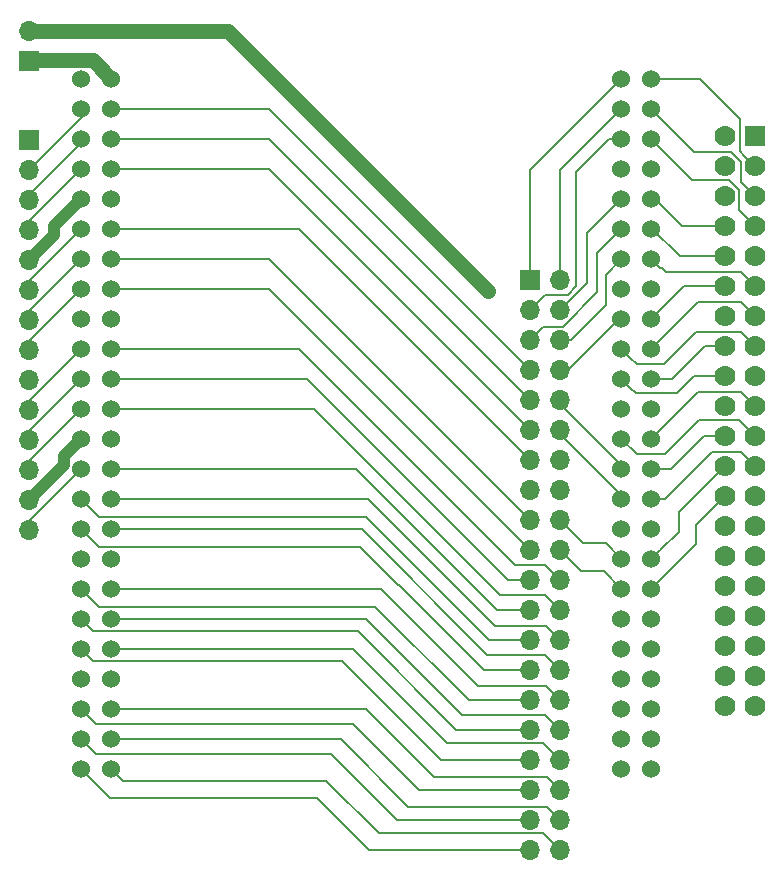
<source format=gtl>
G04 #@! TF.FileFunction,Copper,L1,Top,Signal*
%FSLAX46Y46*%
G04 Gerber Fmt 4.6, Leading zero omitted, Abs format (unit mm)*
G04 Created by KiCad (PCBNEW 4.0.6) date Saturday, October 28, 2017 'PMt' 04:53:39 PM*
%MOMM*%
%LPD*%
G01*
G04 APERTURE LIST*
%ADD10C,0.100000*%
%ADD11R,1.700000X1.700000*%
%ADD12O,1.700000X1.700000*%
%ADD13C,1.524000*%
%ADD14R,1.778000X1.778000*%
%ADD15C,1.778000*%
%ADD16C,0.812800*%
%ADD17C,0.177800*%
%ADD18C,1.270000*%
%ADD19C,1.016000*%
G04 APERTURE END LIST*
D10*
D11*
X146230000Y-78480000D03*
D12*
X148770000Y-78480000D03*
X146230000Y-81020000D03*
X148770000Y-81020000D03*
X146230000Y-83560000D03*
X148770000Y-83560000D03*
X146230000Y-86100000D03*
X148770000Y-86100000D03*
X146230000Y-88640000D03*
X148770000Y-88640000D03*
X146230000Y-91180000D03*
X148770000Y-91180000D03*
X146230000Y-93720000D03*
X148770000Y-93720000D03*
X146230000Y-96260000D03*
X148770000Y-96260000D03*
X146230000Y-98800000D03*
X148770000Y-98800000D03*
X146230000Y-101340000D03*
X148770000Y-101340000D03*
X146230000Y-103880000D03*
X148770000Y-103880000D03*
X146230000Y-106420000D03*
X148770000Y-106420000D03*
X146230000Y-108960000D03*
X148770000Y-108960000D03*
X146230000Y-111500000D03*
X148770000Y-111500000D03*
X146230000Y-114040000D03*
X148770000Y-114040000D03*
X146230000Y-116580000D03*
X148770000Y-116580000D03*
X146230000Y-119120000D03*
X148770000Y-119120000D03*
X146230000Y-121660000D03*
X148770000Y-121660000D03*
X146230000Y-124200000D03*
X148770000Y-124200000D03*
X146230000Y-126740000D03*
X148770000Y-126740000D03*
D13*
X153960000Y-102110000D03*
X156500000Y-102110000D03*
X153960000Y-104650000D03*
X156500000Y-104650000D03*
X153960000Y-107190000D03*
X156500000Y-107190000D03*
X153960000Y-109730000D03*
X156500000Y-109730000D03*
X153960000Y-112270000D03*
X156500000Y-112270000D03*
X153960000Y-114810000D03*
X156500000Y-114810000D03*
X153960000Y-117350000D03*
X156500000Y-117350000D03*
X153960000Y-119890000D03*
X156500000Y-119890000D03*
X156500000Y-99570000D03*
X153960000Y-99570000D03*
X156500000Y-97030000D03*
X153960000Y-97030000D03*
X156500000Y-94490000D03*
X153960000Y-94490000D03*
X156500000Y-91950000D03*
X153960000Y-91950000D03*
X156500000Y-89410000D03*
X153960000Y-89410000D03*
X156500000Y-86870000D03*
X153960000Y-86870000D03*
X156500000Y-84330000D03*
X153960000Y-84330000D03*
X156500000Y-81790000D03*
X153960000Y-81790000D03*
X153960000Y-61470000D03*
X156500000Y-61470000D03*
X153960000Y-64010000D03*
X156500000Y-64010000D03*
X153960000Y-66550000D03*
X156500000Y-66550000D03*
X153960000Y-69090000D03*
X156500000Y-69090000D03*
X153960000Y-71630000D03*
X156500000Y-71630000D03*
X153960000Y-74170000D03*
X156500000Y-74170000D03*
X153960000Y-76710000D03*
X156500000Y-76710000D03*
X153960000Y-79250000D03*
X156500000Y-79250000D03*
X110780000Y-79250000D03*
X108240000Y-79250000D03*
X110780000Y-76710000D03*
X108240000Y-76710000D03*
X110780000Y-74170000D03*
X108240000Y-74170000D03*
X110780000Y-71630000D03*
X108240000Y-71630000D03*
X110780000Y-69090000D03*
X108240000Y-69090000D03*
X110780000Y-66550000D03*
X108240000Y-66550000D03*
X110780000Y-64010000D03*
X108240000Y-64010000D03*
X110780000Y-61470000D03*
X108240000Y-61470000D03*
X108240000Y-81790000D03*
X110780000Y-81790000D03*
X108240000Y-84330000D03*
X110780000Y-84330000D03*
X108240000Y-86870000D03*
X110780000Y-86870000D03*
X108240000Y-89410000D03*
X110780000Y-89410000D03*
X108240000Y-91950000D03*
X110780000Y-91950000D03*
X108240000Y-94490000D03*
X110780000Y-94490000D03*
X108240000Y-97030000D03*
X110780000Y-97030000D03*
X108240000Y-99570000D03*
X110780000Y-99570000D03*
X110780000Y-119890000D03*
X108240000Y-119890000D03*
X110780000Y-117350000D03*
X108240000Y-117350000D03*
X110780000Y-114810000D03*
X108240000Y-114810000D03*
X110780000Y-112270000D03*
X108240000Y-112270000D03*
X110780000Y-109730000D03*
X108240000Y-109730000D03*
X110780000Y-107190000D03*
X108240000Y-107190000D03*
X110780000Y-104650000D03*
X108240000Y-104650000D03*
X110780000Y-102110000D03*
X108240000Y-102110000D03*
D14*
X165280000Y-66300000D03*
D15*
X162740000Y-66300000D03*
X165280000Y-68840000D03*
X162740000Y-68840000D03*
X165280000Y-71380000D03*
X162740000Y-71380000D03*
X165280000Y-73920000D03*
X162740000Y-73920000D03*
X165280000Y-76460000D03*
X162740000Y-76460000D03*
X165280000Y-79000000D03*
X162740000Y-79000000D03*
X165280000Y-81540000D03*
X162740000Y-81540000D03*
X165280000Y-84080000D03*
X162740000Y-84080000D03*
X165280000Y-86620000D03*
X162740000Y-86620000D03*
X165280000Y-89160000D03*
X162740000Y-89160000D03*
X165280000Y-91700000D03*
X162740000Y-91700000D03*
X165280000Y-94240000D03*
X162740000Y-94240000D03*
X165280000Y-96780000D03*
X162740000Y-96780000D03*
X165280000Y-99320000D03*
X162740000Y-99320000D03*
X165280000Y-101860000D03*
X162740000Y-101860000D03*
X165280000Y-104400000D03*
X162740000Y-104400000D03*
X165280000Y-106940000D03*
X162740000Y-106940000D03*
X165280000Y-109480000D03*
X162740000Y-109480000D03*
X165280000Y-112020000D03*
X162740000Y-112020000D03*
X165280000Y-114560000D03*
X162740000Y-114560000D03*
D11*
X103790000Y-59950000D03*
D12*
X103790000Y-57410000D03*
D11*
X103850000Y-66600000D03*
D12*
X103850000Y-69140000D03*
X103850000Y-71680000D03*
X103850000Y-74220000D03*
X103850000Y-76760000D03*
X103850000Y-79300000D03*
X103850000Y-81840000D03*
X103850000Y-84380000D03*
X103850000Y-86920000D03*
X103850000Y-89460000D03*
X103850000Y-92000000D03*
X103850000Y-94540000D03*
X103850000Y-97080000D03*
X103850000Y-99620000D03*
D16*
X142680000Y-79410000D03*
D17*
X146230000Y-119120000D02*
X138670000Y-119120000D01*
X138670000Y-119120000D02*
X130308701Y-110758701D01*
X130308701Y-110758701D02*
X109268701Y-110758701D01*
X109268701Y-110758701D02*
X109001999Y-110491999D01*
X109001999Y-110491999D02*
X108240000Y-109730000D01*
X110780000Y-109730000D02*
X131242908Y-109730000D01*
X131242908Y-109730000D02*
X139209609Y-117696701D01*
X139209609Y-117696701D02*
X147346701Y-117696701D01*
X147346701Y-117696701D02*
X147920001Y-118270001D01*
X147920001Y-118270001D02*
X148770000Y-119120000D01*
X146230000Y-121660000D02*
X136840000Y-121660000D01*
X136840000Y-121660000D02*
X131220000Y-116040000D01*
X131220000Y-116040000D02*
X109470000Y-116040000D01*
X109470000Y-116040000D02*
X109001999Y-115571999D01*
X109001999Y-115571999D02*
X108240000Y-114810000D01*
X110780000Y-114810000D02*
X132340000Y-114810000D01*
X132340000Y-114810000D02*
X138073299Y-120543299D01*
X138073299Y-120543299D02*
X147653299Y-120543299D01*
X147653299Y-120543299D02*
X147920001Y-120810001D01*
X147920001Y-120810001D02*
X148770000Y-121660000D01*
X146230000Y-124200000D02*
X134960000Y-124200000D01*
X134960000Y-124200000D02*
X129370000Y-118610000D01*
X129370000Y-118610000D02*
X109500000Y-118610000D01*
X109500000Y-118610000D02*
X109001999Y-118111999D01*
X109001999Y-118111999D02*
X108240000Y-117350000D01*
X110780000Y-117350000D02*
X130190000Y-117350000D01*
X130190000Y-117350000D02*
X135923299Y-123083299D01*
X135923299Y-123083299D02*
X147653299Y-123083299D01*
X147920001Y-123350001D02*
X148770000Y-124200000D01*
X147653299Y-123083299D02*
X147920001Y-123350001D01*
X108240000Y-119890000D02*
X110710000Y-122360000D01*
X132560000Y-126740000D02*
X145027919Y-126740000D01*
X110710000Y-122360000D02*
X128180000Y-122360000D01*
X128180000Y-122360000D02*
X132560000Y-126740000D01*
X145027919Y-126740000D02*
X146230000Y-126740000D01*
X110780000Y-119890000D02*
X111788055Y-120898055D01*
X111788055Y-120898055D02*
X128988055Y-120898055D01*
X128988055Y-120898055D02*
X133406701Y-125316701D01*
X133406701Y-125316701D02*
X147346701Y-125316701D01*
X147346701Y-125316701D02*
X147920001Y-125890001D01*
X147920001Y-125890001D02*
X148770000Y-126740000D01*
X108240000Y-97030000D02*
X109715609Y-98505609D01*
X109715609Y-98505609D02*
X132338517Y-98505609D01*
X132338517Y-98505609D02*
X142792908Y-108960000D01*
X142792908Y-108960000D02*
X145027919Y-108960000D01*
X145027919Y-108960000D02*
X146230000Y-108960000D01*
X110780000Y-97030000D02*
X132520000Y-97030000D01*
X132520000Y-97030000D02*
X143230000Y-107740000D01*
X143230000Y-107740000D02*
X147550000Y-107740000D01*
X147550000Y-107740000D02*
X147920001Y-108110001D01*
X147920001Y-108110001D02*
X148770000Y-108960000D01*
X146230000Y-111500000D02*
X142312909Y-111500000D01*
X142312909Y-111500000D02*
X135107298Y-104294389D01*
X135107298Y-104294389D02*
X135074389Y-104294389D01*
X135074389Y-104294389D02*
X131861299Y-101081299D01*
X131861299Y-101081299D02*
X109751299Y-101081299D01*
X109751299Y-101081299D02*
X109001999Y-100331999D01*
X109001999Y-100331999D02*
X108240000Y-99570000D01*
X110780000Y-99570000D02*
X131970000Y-99570000D01*
X147490000Y-110220000D02*
X147920001Y-110650001D01*
X131970000Y-99570000D02*
X142620000Y-110220000D01*
X142620000Y-110220000D02*
X147490000Y-110220000D01*
X147920001Y-110650001D02*
X148770000Y-111500000D01*
X146230000Y-114040000D02*
X146190000Y-114080000D01*
X146190000Y-114080000D02*
X141060000Y-114080000D01*
X141060000Y-114080000D02*
X133141299Y-106161299D01*
X133141299Y-106161299D02*
X109751299Y-106161299D01*
X109751299Y-106161299D02*
X109001999Y-105411999D01*
X109001999Y-105411999D02*
X108240000Y-104650000D01*
X110780000Y-104650000D02*
X133650000Y-104650000D01*
X133650000Y-104650000D02*
X141820000Y-112820000D01*
X141820000Y-112820000D02*
X147550000Y-112820000D01*
X147550000Y-112820000D02*
X147920001Y-113190001D01*
X147920001Y-113190001D02*
X148770000Y-114040000D01*
X146230000Y-116580000D02*
X146210000Y-116560000D01*
X146210000Y-116560000D02*
X140000000Y-116560000D01*
X140000000Y-116560000D02*
X131658701Y-108218701D01*
X131658701Y-108218701D02*
X109268701Y-108218701D01*
X109268701Y-108218701D02*
X109001999Y-107951999D01*
X109001999Y-107951999D02*
X108240000Y-107190000D01*
X110780000Y-107190000D02*
X132320000Y-107190000D01*
X132320000Y-107190000D02*
X140450000Y-115320000D01*
X140450000Y-115320000D02*
X147510000Y-115320000D01*
X147510000Y-115320000D02*
X147920001Y-115730001D01*
X147920001Y-115730001D02*
X148770000Y-116580000D01*
X148770000Y-106420000D02*
X147520000Y-105170000D01*
X147520000Y-105170000D02*
X143710000Y-105170000D01*
X143710000Y-105170000D02*
X127950000Y-89410000D01*
X127950000Y-89410000D02*
X110780000Y-89410000D01*
X111857630Y-94490000D02*
X110780000Y-94490000D01*
X131522909Y-94490000D02*
X111857630Y-94490000D01*
X143452908Y-106420000D02*
X131522909Y-94490000D01*
X146230000Y-106420000D02*
X143452908Y-106420000D01*
X110780000Y-84330000D02*
X126680000Y-84330000D01*
X147500000Y-102610000D02*
X147920001Y-103030001D01*
X147920001Y-103030001D02*
X148770000Y-103880000D01*
X126680000Y-84330000D02*
X144960000Y-102610000D01*
X144960000Y-102610000D02*
X147500000Y-102610000D01*
X146230000Y-103880000D02*
X144360000Y-103880000D01*
X144360000Y-103880000D02*
X127350000Y-86870000D01*
X127350000Y-86870000D02*
X110780000Y-86870000D01*
X148770000Y-101340000D02*
X150580000Y-103150000D01*
X150580000Y-103150000D02*
X152460000Y-103150000D01*
X152460000Y-103150000D02*
X153960000Y-104650000D01*
X110780000Y-79250000D02*
X124140000Y-79250000D01*
X124140000Y-79250000D02*
X146230000Y-101340000D01*
X153960000Y-102110000D02*
X152640000Y-100790000D01*
X152640000Y-100790000D02*
X150760000Y-100790000D01*
X150760000Y-100790000D02*
X148770000Y-98800000D01*
X110780000Y-76710000D02*
X124140000Y-76710000D01*
X124140000Y-76710000D02*
X146230000Y-98800000D01*
X153960000Y-61470000D02*
X146230000Y-69200000D01*
X146230000Y-69200000D02*
X146230000Y-78480000D01*
X148770000Y-78480000D02*
X148770000Y-69200000D01*
X148770000Y-69200000D02*
X153960000Y-64010000D01*
X153960000Y-66550000D02*
X152882370Y-66550000D01*
X152882370Y-66550000D02*
X150130000Y-69302370D01*
X150130000Y-69302370D02*
X150130000Y-79010000D01*
X150130000Y-79010000D02*
X149420000Y-79720000D01*
X149420000Y-79720000D02*
X147530000Y-79720000D01*
X147530000Y-79720000D02*
X147079999Y-80170001D01*
X147079999Y-80170001D02*
X146230000Y-81020000D01*
X148770000Y-81020000D02*
X151060000Y-78730000D01*
X151060000Y-78730000D02*
X151060000Y-74530000D01*
X151060000Y-74530000D02*
X153198001Y-72391999D01*
X153198001Y-72391999D02*
X153960000Y-71630000D01*
X153960000Y-74170000D02*
X151920000Y-76210000D01*
X151920000Y-76210000D02*
X151920000Y-79522718D01*
X151920000Y-79522718D02*
X148999419Y-82443299D01*
X148999419Y-82443299D02*
X147346701Y-82443299D01*
X147346701Y-82443299D02*
X147079999Y-82710001D01*
X147079999Y-82710001D02*
X146230000Y-83560000D01*
X153960000Y-76710000D02*
X152630000Y-78040000D01*
X152630000Y-78040000D02*
X152630000Y-80580000D01*
X152630000Y-80580000D02*
X149680000Y-83530000D01*
X149680000Y-83530000D02*
X148800000Y-83530000D01*
X148800000Y-83530000D02*
X148770000Y-83560000D01*
X110780000Y-64010000D02*
X124140000Y-64010000D01*
X124140000Y-64010000D02*
X146230000Y-86100000D01*
X148770000Y-86100000D02*
X149420000Y-86100000D01*
X149420000Y-86100000D02*
X153730000Y-81790000D01*
X153730000Y-81790000D02*
X153960000Y-81790000D01*
X110780000Y-66550000D02*
X124140000Y-66550000D01*
X124140000Y-66550000D02*
X146230000Y-88640000D01*
X153960000Y-94490000D02*
X153960000Y-94150000D01*
X153960000Y-94150000D02*
X148770000Y-88960000D01*
X148770000Y-88960000D02*
X148770000Y-88640000D01*
X145380001Y-90330001D02*
X146230000Y-91180000D01*
X110780000Y-69090000D02*
X124140000Y-69090000D01*
X124140000Y-69090000D02*
X145380001Y-90330001D01*
X148770000Y-91180000D02*
X148770000Y-91480000D01*
X148770000Y-91480000D02*
X153960000Y-96670000D01*
X153960000Y-96670000D02*
X153960000Y-97030000D01*
X110780000Y-74170000D02*
X126680000Y-74170000D01*
X126680000Y-74170000D02*
X146230000Y-93720000D01*
X156500000Y-61470000D02*
X160640000Y-61470000D01*
X160640000Y-61470000D02*
X164000000Y-64830000D01*
X164000000Y-64830000D02*
X164000000Y-67560000D01*
X164000000Y-67560000D02*
X164391001Y-67951001D01*
X164391001Y-67951001D02*
X165280000Y-68840000D01*
X165280000Y-71380000D02*
X164124299Y-70224299D01*
X164124299Y-70224299D02*
X164124299Y-68513861D01*
X160130000Y-67640000D02*
X157261999Y-64771999D01*
X164124299Y-68513861D02*
X163250438Y-67640000D01*
X163250438Y-67640000D02*
X160130000Y-67640000D01*
X157261999Y-64771999D02*
X156500000Y-64010000D01*
X165280000Y-73920000D02*
X163895701Y-72535701D01*
X163895701Y-72535701D02*
X163895701Y-70825263D01*
X163895701Y-70825263D02*
X163066139Y-69995701D01*
X163066139Y-69995701D02*
X159945701Y-69995701D01*
X159945701Y-69995701D02*
X157261999Y-67311999D01*
X157261999Y-67311999D02*
X156500000Y-66550000D01*
X162740000Y-73920000D02*
X159090000Y-73920000D01*
X159090000Y-73920000D02*
X156800000Y-71630000D01*
X156800000Y-71630000D02*
X156500000Y-71630000D01*
X162740000Y-76460000D02*
X158890000Y-76460000D01*
X158890000Y-76460000D02*
X156600000Y-74170000D01*
X156600000Y-74170000D02*
X156500000Y-74170000D01*
X165280000Y-79000000D02*
X164124299Y-77844299D01*
X164124299Y-77844299D02*
X157744299Y-77844299D01*
X157744299Y-77844299D02*
X157371999Y-77471999D01*
X157371999Y-77471999D02*
X157261999Y-77471999D01*
X157261999Y-77471999D02*
X156500000Y-76710000D01*
X162740000Y-79000000D02*
X159290000Y-79000000D01*
X159290000Y-79000000D02*
X156500000Y-81790000D01*
X157261999Y-83568001D02*
X156500000Y-84330000D01*
X164124299Y-80384299D02*
X160445701Y-80384299D01*
X165280000Y-81540000D02*
X164124299Y-80384299D01*
X160445701Y-80384299D02*
X157261999Y-83568001D01*
X165280000Y-84080000D02*
X164124299Y-82924299D01*
X164124299Y-82924299D02*
X160275701Y-82924299D01*
X155260000Y-85630000D02*
X154721999Y-85091999D01*
X160275701Y-82924299D02*
X157570000Y-85630000D01*
X157570000Y-85630000D02*
X155260000Y-85630000D01*
X154721999Y-85091999D02*
X153960000Y-84330000D01*
X162740000Y-84080000D02*
X161020000Y-84080000D01*
X158230000Y-86870000D02*
X156500000Y-86870000D01*
X161020000Y-84080000D02*
X158230000Y-86870000D01*
X162740000Y-86620000D02*
X160110000Y-86620000D01*
X154721999Y-87631999D02*
X153960000Y-86870000D01*
X160110000Y-86620000D02*
X158640000Y-88090000D01*
X158640000Y-88090000D02*
X155180000Y-88090000D01*
X155180000Y-88090000D02*
X154721999Y-87631999D01*
X157261999Y-91188001D02*
X156500000Y-91950000D01*
X160445701Y-88004299D02*
X157261999Y-91188001D01*
X164124299Y-88004299D02*
X160445701Y-88004299D01*
X165280000Y-89160000D02*
X164124299Y-88004299D01*
X153960000Y-91950000D02*
X155250000Y-93240000D01*
X155250000Y-93240000D02*
X157620000Y-93240000D01*
X157620000Y-93240000D02*
X160500000Y-90360000D01*
X160500000Y-90360000D02*
X163940000Y-90360000D01*
X163940000Y-90360000D02*
X165280000Y-91700000D01*
X162740000Y-91700000D02*
X160970000Y-91700000D01*
X158180000Y-94490000D02*
X156500000Y-94490000D01*
X160970000Y-91700000D02*
X158180000Y-94490000D01*
X165280000Y-94240000D02*
X164124299Y-93084299D01*
X161605701Y-93084299D02*
X157690000Y-97000000D01*
X164124299Y-93084299D02*
X161605701Y-93084299D01*
X157690000Y-97000000D02*
X156530000Y-97000000D01*
X156530000Y-97000000D02*
X156500000Y-97030000D01*
X162740000Y-94240000D02*
X158830000Y-98150000D01*
X158830000Y-99780000D02*
X157261999Y-101348001D01*
X158830000Y-98150000D02*
X158830000Y-99780000D01*
X157261999Y-101348001D02*
X156500000Y-102110000D01*
X162740000Y-96780000D02*
X160290000Y-99230000D01*
X160290000Y-99230000D02*
X160290000Y-100860000D01*
X160290000Y-100860000D02*
X157261999Y-103888001D01*
X157261999Y-103888001D02*
X156500000Y-104650000D01*
D18*
X110250000Y-57390000D02*
X120660000Y-57390000D01*
X120660000Y-57390000D02*
X142680000Y-79410000D01*
X103810000Y-57390000D02*
X103790000Y-57410000D01*
X110250000Y-57390000D02*
X103810000Y-57390000D01*
X110780000Y-61470000D02*
X109205199Y-59895199D01*
X109205199Y-59895199D02*
X103844801Y-59895199D01*
X103844801Y-59895199D02*
X103790000Y-59950000D01*
D17*
X108240000Y-64010000D02*
X108280000Y-64050000D01*
X108280000Y-64050000D02*
X108280000Y-64710000D01*
X108280000Y-64710000D02*
X104699999Y-68290001D01*
X104699999Y-68290001D02*
X103850000Y-69140000D01*
X108240000Y-66550000D02*
X108240000Y-66900000D01*
X108240000Y-66900000D02*
X103850000Y-71290000D01*
X103850000Y-71290000D02*
X103850000Y-71680000D01*
X108240000Y-69090000D02*
X103850000Y-73480000D01*
X103850000Y-73480000D02*
X103850000Y-74220000D01*
X108240000Y-74170000D02*
X103850000Y-78560000D01*
X103850000Y-78560000D02*
X103850000Y-79300000D01*
X108240000Y-76710000D02*
X103850000Y-81100000D01*
X103850000Y-81100000D02*
X103850000Y-81840000D01*
X108240000Y-79250000D02*
X103850000Y-83640000D01*
X103850000Y-83640000D02*
X103850000Y-84380000D01*
X108240000Y-84330000D02*
X103850000Y-88720000D01*
X103850000Y-88720000D02*
X103850000Y-89460000D01*
X108240000Y-86870000D02*
X103850000Y-91260000D01*
X103850000Y-91260000D02*
X103850000Y-92000000D01*
X108240000Y-89410000D02*
X103850000Y-93800000D01*
X103850000Y-93800000D02*
X103850000Y-94540000D01*
X108240000Y-94490000D02*
X103850000Y-98880000D01*
X103850000Y-98880000D02*
X103850000Y-99620000D01*
D19*
X108240000Y-71630000D02*
X105960000Y-73910000D01*
X104699999Y-75910001D02*
X103850000Y-76760000D01*
X105960000Y-73910000D02*
X105960000Y-74650000D01*
X105960000Y-74650000D02*
X104699999Y-75910001D01*
X108240000Y-91950000D02*
X106792199Y-93397801D01*
X106792199Y-93397801D02*
X106792199Y-94137801D01*
X106792199Y-94137801D02*
X104699999Y-96230001D01*
X104699999Y-96230001D02*
X103850000Y-97080000D01*
M02*

</source>
